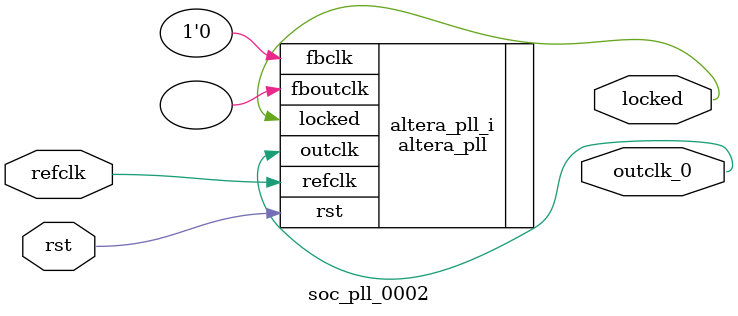
<source format=v>
`timescale 1ns/10ps
module  soc_pll_0002(

	// interface 'refclk'
	input wire refclk,

	// interface 'reset'
	input wire rst,

	// interface 'outclk0'
	output wire outclk_0,

	// interface 'locked'
	output wire locked
);

	altera_pll #(
		.fractional_vco_multiplier("false"),
		.reference_clock_frequency("50.0 MHz"),
		.operation_mode("direct"),
		.number_of_clocks(1),
		.output_clock_frequency0("50.000000 MHz"),
		.phase_shift0("0 ps"),
		.duty_cycle0(50),
		.output_clock_frequency1("0 MHz"),
		.phase_shift1("0 ps"),
		.duty_cycle1(50),
		.output_clock_frequency2("0 MHz"),
		.phase_shift2("0 ps"),
		.duty_cycle2(50),
		.output_clock_frequency3("0 MHz"),
		.phase_shift3("0 ps"),
		.duty_cycle3(50),
		.output_clock_frequency4("0 MHz"),
		.phase_shift4("0 ps"),
		.duty_cycle4(50),
		.output_clock_frequency5("0 MHz"),
		.phase_shift5("0 ps"),
		.duty_cycle5(50),
		.output_clock_frequency6("0 MHz"),
		.phase_shift6("0 ps"),
		.duty_cycle6(50),
		.output_clock_frequency7("0 MHz"),
		.phase_shift7("0 ps"),
		.duty_cycle7(50),
		.output_clock_frequency8("0 MHz"),
		.phase_shift8("0 ps"),
		.duty_cycle8(50),
		.output_clock_frequency9("0 MHz"),
		.phase_shift9("0 ps"),
		.duty_cycle9(50),
		.output_clock_frequency10("0 MHz"),
		.phase_shift10("0 ps"),
		.duty_cycle10(50),
		.output_clock_frequency11("0 MHz"),
		.phase_shift11("0 ps"),
		.duty_cycle11(50),
		.output_clock_frequency12("0 MHz"),
		.phase_shift12("0 ps"),
		.duty_cycle12(50),
		.output_clock_frequency13("0 MHz"),
		.phase_shift13("0 ps"),
		.duty_cycle13(50),
		.output_clock_frequency14("0 MHz"),
		.phase_shift14("0 ps"),
		.duty_cycle14(50),
		.output_clock_frequency15("0 MHz"),
		.phase_shift15("0 ps"),
		.duty_cycle15(50),
		.output_clock_frequency16("0 MHz"),
		.phase_shift16("0 ps"),
		.duty_cycle16(50),
		.output_clock_frequency17("0 MHz"),
		.phase_shift17("0 ps"),
		.duty_cycle17(50),
		.pll_type("General"),
		.pll_subtype("General")
	) altera_pll_i (
		.rst	(rst),
		.outclk	({outclk_0}),
		.locked	(locked),
		.fboutclk	( ),
		.fbclk	(1'b0),
		.refclk	(refclk)
	);
endmodule


</source>
